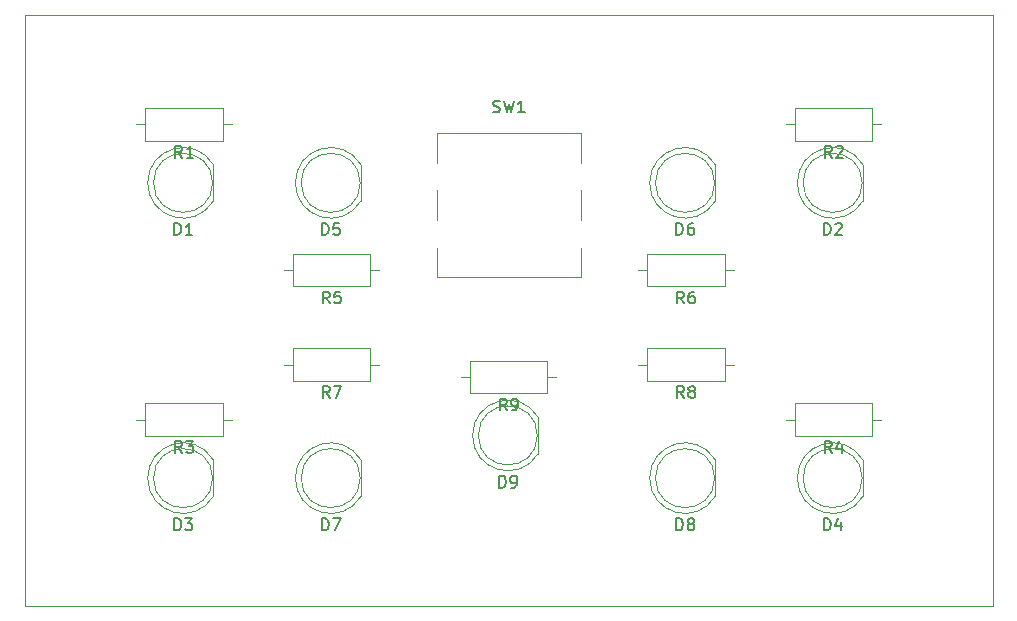
<source format=gbr>
%TF.GenerationSoftware,KiCad,Pcbnew,8.0.5*%
%TF.CreationDate,2025-02-08T22:31:55+08:00*%
%TF.ProjectId,arduino_solar_bikelight_2,61726475-696e-46f5-9f73-6f6c61725f62,rev?*%
%TF.SameCoordinates,Original*%
%TF.FileFunction,Legend,Top*%
%TF.FilePolarity,Positive*%
%FSLAX46Y46*%
G04 Gerber Fmt 4.6, Leading zero omitted, Abs format (unit mm)*
G04 Created by KiCad (PCBNEW 8.0.5) date 2025-02-08 22:31:55*
%MOMM*%
%LPD*%
G01*
G04 APERTURE LIST*
%ADD10C,0.150000*%
%ADD11C,0.120000*%
%TA.AperFunction,Profile*%
%ADD12C,0.050000*%
%TD*%
G04 APERTURE END LIST*
D10*
X163498333Y-70269819D02*
X163165000Y-69793628D01*
X162926905Y-70269819D02*
X162926905Y-69269819D01*
X162926905Y-69269819D02*
X163307857Y-69269819D01*
X163307857Y-69269819D02*
X163403095Y-69317438D01*
X163403095Y-69317438D02*
X163450714Y-69365057D01*
X163450714Y-69365057D02*
X163498333Y-69460295D01*
X163498333Y-69460295D02*
X163498333Y-69603152D01*
X163498333Y-69603152D02*
X163450714Y-69698390D01*
X163450714Y-69698390D02*
X163403095Y-69746009D01*
X163403095Y-69746009D02*
X163307857Y-69793628D01*
X163307857Y-69793628D02*
X162926905Y-69793628D01*
X163974524Y-70269819D02*
X164165000Y-70269819D01*
X164165000Y-70269819D02*
X164260238Y-70222200D01*
X164260238Y-70222200D02*
X164307857Y-70174580D01*
X164307857Y-70174580D02*
X164403095Y-70031723D01*
X164403095Y-70031723D02*
X164450714Y-69841247D01*
X164450714Y-69841247D02*
X164450714Y-69460295D01*
X164450714Y-69460295D02*
X164403095Y-69365057D01*
X164403095Y-69365057D02*
X164355476Y-69317438D01*
X164355476Y-69317438D02*
X164260238Y-69269819D01*
X164260238Y-69269819D02*
X164069762Y-69269819D01*
X164069762Y-69269819D02*
X163974524Y-69317438D01*
X163974524Y-69317438D02*
X163926905Y-69365057D01*
X163926905Y-69365057D02*
X163879286Y-69460295D01*
X163879286Y-69460295D02*
X163879286Y-69698390D01*
X163879286Y-69698390D02*
X163926905Y-69793628D01*
X163926905Y-69793628D02*
X163974524Y-69841247D01*
X163974524Y-69841247D02*
X164069762Y-69888866D01*
X164069762Y-69888866D02*
X164260238Y-69888866D01*
X164260238Y-69888866D02*
X164355476Y-69841247D01*
X164355476Y-69841247D02*
X164403095Y-69793628D01*
X164403095Y-69793628D02*
X164450714Y-69698390D01*
X147846905Y-55424819D02*
X147846905Y-54424819D01*
X147846905Y-54424819D02*
X148085000Y-54424819D01*
X148085000Y-54424819D02*
X148227857Y-54472438D01*
X148227857Y-54472438D02*
X148323095Y-54567676D01*
X148323095Y-54567676D02*
X148370714Y-54662914D01*
X148370714Y-54662914D02*
X148418333Y-54853390D01*
X148418333Y-54853390D02*
X148418333Y-54996247D01*
X148418333Y-54996247D02*
X148370714Y-55186723D01*
X148370714Y-55186723D02*
X148323095Y-55281961D01*
X148323095Y-55281961D02*
X148227857Y-55377200D01*
X148227857Y-55377200D02*
X148085000Y-55424819D01*
X148085000Y-55424819D02*
X147846905Y-55424819D01*
X149323095Y-54424819D02*
X148846905Y-54424819D01*
X148846905Y-54424819D02*
X148799286Y-54901009D01*
X148799286Y-54901009D02*
X148846905Y-54853390D01*
X148846905Y-54853390D02*
X148942143Y-54805771D01*
X148942143Y-54805771D02*
X149180238Y-54805771D01*
X149180238Y-54805771D02*
X149275476Y-54853390D01*
X149275476Y-54853390D02*
X149323095Y-54901009D01*
X149323095Y-54901009D02*
X149370714Y-54996247D01*
X149370714Y-54996247D02*
X149370714Y-55234342D01*
X149370714Y-55234342D02*
X149323095Y-55329580D01*
X149323095Y-55329580D02*
X149275476Y-55377200D01*
X149275476Y-55377200D02*
X149180238Y-55424819D01*
X149180238Y-55424819D02*
X148942143Y-55424819D01*
X148942143Y-55424819D02*
X148846905Y-55377200D01*
X148846905Y-55377200D02*
X148799286Y-55329580D01*
X177846905Y-80424819D02*
X177846905Y-79424819D01*
X177846905Y-79424819D02*
X178085000Y-79424819D01*
X178085000Y-79424819D02*
X178227857Y-79472438D01*
X178227857Y-79472438D02*
X178323095Y-79567676D01*
X178323095Y-79567676D02*
X178370714Y-79662914D01*
X178370714Y-79662914D02*
X178418333Y-79853390D01*
X178418333Y-79853390D02*
X178418333Y-79996247D01*
X178418333Y-79996247D02*
X178370714Y-80186723D01*
X178370714Y-80186723D02*
X178323095Y-80281961D01*
X178323095Y-80281961D02*
X178227857Y-80377200D01*
X178227857Y-80377200D02*
X178085000Y-80424819D01*
X178085000Y-80424819D02*
X177846905Y-80424819D01*
X178989762Y-79853390D02*
X178894524Y-79805771D01*
X178894524Y-79805771D02*
X178846905Y-79758152D01*
X178846905Y-79758152D02*
X178799286Y-79662914D01*
X178799286Y-79662914D02*
X178799286Y-79615295D01*
X178799286Y-79615295D02*
X178846905Y-79520057D01*
X178846905Y-79520057D02*
X178894524Y-79472438D01*
X178894524Y-79472438D02*
X178989762Y-79424819D01*
X178989762Y-79424819D02*
X179180238Y-79424819D01*
X179180238Y-79424819D02*
X179275476Y-79472438D01*
X179275476Y-79472438D02*
X179323095Y-79520057D01*
X179323095Y-79520057D02*
X179370714Y-79615295D01*
X179370714Y-79615295D02*
X179370714Y-79662914D01*
X179370714Y-79662914D02*
X179323095Y-79758152D01*
X179323095Y-79758152D02*
X179275476Y-79805771D01*
X179275476Y-79805771D02*
X179180238Y-79853390D01*
X179180238Y-79853390D02*
X178989762Y-79853390D01*
X178989762Y-79853390D02*
X178894524Y-79901009D01*
X178894524Y-79901009D02*
X178846905Y-79948628D01*
X178846905Y-79948628D02*
X178799286Y-80043866D01*
X178799286Y-80043866D02*
X178799286Y-80234342D01*
X178799286Y-80234342D02*
X178846905Y-80329580D01*
X178846905Y-80329580D02*
X178894524Y-80377200D01*
X178894524Y-80377200D02*
X178989762Y-80424819D01*
X178989762Y-80424819D02*
X179180238Y-80424819D01*
X179180238Y-80424819D02*
X179275476Y-80377200D01*
X179275476Y-80377200D02*
X179323095Y-80329580D01*
X179323095Y-80329580D02*
X179370714Y-80234342D01*
X179370714Y-80234342D02*
X179370714Y-80043866D01*
X179370714Y-80043866D02*
X179323095Y-79948628D01*
X179323095Y-79948628D02*
X179275476Y-79901009D01*
X179275476Y-79901009D02*
X179180238Y-79853390D01*
X190998333Y-73884819D02*
X190665000Y-73408628D01*
X190426905Y-73884819D02*
X190426905Y-72884819D01*
X190426905Y-72884819D02*
X190807857Y-72884819D01*
X190807857Y-72884819D02*
X190903095Y-72932438D01*
X190903095Y-72932438D02*
X190950714Y-72980057D01*
X190950714Y-72980057D02*
X190998333Y-73075295D01*
X190998333Y-73075295D02*
X190998333Y-73218152D01*
X190998333Y-73218152D02*
X190950714Y-73313390D01*
X190950714Y-73313390D02*
X190903095Y-73361009D01*
X190903095Y-73361009D02*
X190807857Y-73408628D01*
X190807857Y-73408628D02*
X190426905Y-73408628D01*
X191855476Y-73218152D02*
X191855476Y-73884819D01*
X191617381Y-72837200D02*
X191379286Y-73551485D01*
X191379286Y-73551485D02*
X191998333Y-73551485D01*
X135346905Y-55424819D02*
X135346905Y-54424819D01*
X135346905Y-54424819D02*
X135585000Y-54424819D01*
X135585000Y-54424819D02*
X135727857Y-54472438D01*
X135727857Y-54472438D02*
X135823095Y-54567676D01*
X135823095Y-54567676D02*
X135870714Y-54662914D01*
X135870714Y-54662914D02*
X135918333Y-54853390D01*
X135918333Y-54853390D02*
X135918333Y-54996247D01*
X135918333Y-54996247D02*
X135870714Y-55186723D01*
X135870714Y-55186723D02*
X135823095Y-55281961D01*
X135823095Y-55281961D02*
X135727857Y-55377200D01*
X135727857Y-55377200D02*
X135585000Y-55424819D01*
X135585000Y-55424819D02*
X135346905Y-55424819D01*
X136870714Y-55424819D02*
X136299286Y-55424819D01*
X136585000Y-55424819D02*
X136585000Y-54424819D01*
X136585000Y-54424819D02*
X136489762Y-54567676D01*
X136489762Y-54567676D02*
X136394524Y-54662914D01*
X136394524Y-54662914D02*
X136299286Y-54710533D01*
X148498333Y-69219819D02*
X148165000Y-68743628D01*
X147926905Y-69219819D02*
X147926905Y-68219819D01*
X147926905Y-68219819D02*
X148307857Y-68219819D01*
X148307857Y-68219819D02*
X148403095Y-68267438D01*
X148403095Y-68267438D02*
X148450714Y-68315057D01*
X148450714Y-68315057D02*
X148498333Y-68410295D01*
X148498333Y-68410295D02*
X148498333Y-68553152D01*
X148498333Y-68553152D02*
X148450714Y-68648390D01*
X148450714Y-68648390D02*
X148403095Y-68696009D01*
X148403095Y-68696009D02*
X148307857Y-68743628D01*
X148307857Y-68743628D02*
X147926905Y-68743628D01*
X148831667Y-68219819D02*
X149498333Y-68219819D01*
X149498333Y-68219819D02*
X149069762Y-69219819D01*
X162846905Y-76809819D02*
X162846905Y-75809819D01*
X162846905Y-75809819D02*
X163085000Y-75809819D01*
X163085000Y-75809819D02*
X163227857Y-75857438D01*
X163227857Y-75857438D02*
X163323095Y-75952676D01*
X163323095Y-75952676D02*
X163370714Y-76047914D01*
X163370714Y-76047914D02*
X163418333Y-76238390D01*
X163418333Y-76238390D02*
X163418333Y-76381247D01*
X163418333Y-76381247D02*
X163370714Y-76571723D01*
X163370714Y-76571723D02*
X163323095Y-76666961D01*
X163323095Y-76666961D02*
X163227857Y-76762200D01*
X163227857Y-76762200D02*
X163085000Y-76809819D01*
X163085000Y-76809819D02*
X162846905Y-76809819D01*
X163894524Y-76809819D02*
X164085000Y-76809819D01*
X164085000Y-76809819D02*
X164180238Y-76762200D01*
X164180238Y-76762200D02*
X164227857Y-76714580D01*
X164227857Y-76714580D02*
X164323095Y-76571723D01*
X164323095Y-76571723D02*
X164370714Y-76381247D01*
X164370714Y-76381247D02*
X164370714Y-76000295D01*
X164370714Y-76000295D02*
X164323095Y-75905057D01*
X164323095Y-75905057D02*
X164275476Y-75857438D01*
X164275476Y-75857438D02*
X164180238Y-75809819D01*
X164180238Y-75809819D02*
X163989762Y-75809819D01*
X163989762Y-75809819D02*
X163894524Y-75857438D01*
X163894524Y-75857438D02*
X163846905Y-75905057D01*
X163846905Y-75905057D02*
X163799286Y-76000295D01*
X163799286Y-76000295D02*
X163799286Y-76238390D01*
X163799286Y-76238390D02*
X163846905Y-76333628D01*
X163846905Y-76333628D02*
X163894524Y-76381247D01*
X163894524Y-76381247D02*
X163989762Y-76428866D01*
X163989762Y-76428866D02*
X164180238Y-76428866D01*
X164180238Y-76428866D02*
X164275476Y-76381247D01*
X164275476Y-76381247D02*
X164323095Y-76333628D01*
X164323095Y-76333628D02*
X164370714Y-76238390D01*
X190346905Y-55424819D02*
X190346905Y-54424819D01*
X190346905Y-54424819D02*
X190585000Y-54424819D01*
X190585000Y-54424819D02*
X190727857Y-54472438D01*
X190727857Y-54472438D02*
X190823095Y-54567676D01*
X190823095Y-54567676D02*
X190870714Y-54662914D01*
X190870714Y-54662914D02*
X190918333Y-54853390D01*
X190918333Y-54853390D02*
X190918333Y-54996247D01*
X190918333Y-54996247D02*
X190870714Y-55186723D01*
X190870714Y-55186723D02*
X190823095Y-55281961D01*
X190823095Y-55281961D02*
X190727857Y-55377200D01*
X190727857Y-55377200D02*
X190585000Y-55424819D01*
X190585000Y-55424819D02*
X190346905Y-55424819D01*
X191299286Y-54520057D02*
X191346905Y-54472438D01*
X191346905Y-54472438D02*
X191442143Y-54424819D01*
X191442143Y-54424819D02*
X191680238Y-54424819D01*
X191680238Y-54424819D02*
X191775476Y-54472438D01*
X191775476Y-54472438D02*
X191823095Y-54520057D01*
X191823095Y-54520057D02*
X191870714Y-54615295D01*
X191870714Y-54615295D02*
X191870714Y-54710533D01*
X191870714Y-54710533D02*
X191823095Y-54853390D01*
X191823095Y-54853390D02*
X191251667Y-55424819D01*
X191251667Y-55424819D02*
X191870714Y-55424819D01*
X135998333Y-48884819D02*
X135665000Y-48408628D01*
X135426905Y-48884819D02*
X135426905Y-47884819D01*
X135426905Y-47884819D02*
X135807857Y-47884819D01*
X135807857Y-47884819D02*
X135903095Y-47932438D01*
X135903095Y-47932438D02*
X135950714Y-47980057D01*
X135950714Y-47980057D02*
X135998333Y-48075295D01*
X135998333Y-48075295D02*
X135998333Y-48218152D01*
X135998333Y-48218152D02*
X135950714Y-48313390D01*
X135950714Y-48313390D02*
X135903095Y-48361009D01*
X135903095Y-48361009D02*
X135807857Y-48408628D01*
X135807857Y-48408628D02*
X135426905Y-48408628D01*
X136950714Y-48884819D02*
X136379286Y-48884819D01*
X136665000Y-48884819D02*
X136665000Y-47884819D01*
X136665000Y-47884819D02*
X136569762Y-48027676D01*
X136569762Y-48027676D02*
X136474524Y-48122914D01*
X136474524Y-48122914D02*
X136379286Y-48170533D01*
X135346905Y-80424819D02*
X135346905Y-79424819D01*
X135346905Y-79424819D02*
X135585000Y-79424819D01*
X135585000Y-79424819D02*
X135727857Y-79472438D01*
X135727857Y-79472438D02*
X135823095Y-79567676D01*
X135823095Y-79567676D02*
X135870714Y-79662914D01*
X135870714Y-79662914D02*
X135918333Y-79853390D01*
X135918333Y-79853390D02*
X135918333Y-79996247D01*
X135918333Y-79996247D02*
X135870714Y-80186723D01*
X135870714Y-80186723D02*
X135823095Y-80281961D01*
X135823095Y-80281961D02*
X135727857Y-80377200D01*
X135727857Y-80377200D02*
X135585000Y-80424819D01*
X135585000Y-80424819D02*
X135346905Y-80424819D01*
X136251667Y-79424819D02*
X136870714Y-79424819D01*
X136870714Y-79424819D02*
X136537381Y-79805771D01*
X136537381Y-79805771D02*
X136680238Y-79805771D01*
X136680238Y-79805771D02*
X136775476Y-79853390D01*
X136775476Y-79853390D02*
X136823095Y-79901009D01*
X136823095Y-79901009D02*
X136870714Y-79996247D01*
X136870714Y-79996247D02*
X136870714Y-80234342D01*
X136870714Y-80234342D02*
X136823095Y-80329580D01*
X136823095Y-80329580D02*
X136775476Y-80377200D01*
X136775476Y-80377200D02*
X136680238Y-80424819D01*
X136680238Y-80424819D02*
X136394524Y-80424819D01*
X136394524Y-80424819D02*
X136299286Y-80377200D01*
X136299286Y-80377200D02*
X136251667Y-80329580D01*
X147846905Y-80424819D02*
X147846905Y-79424819D01*
X147846905Y-79424819D02*
X148085000Y-79424819D01*
X148085000Y-79424819D02*
X148227857Y-79472438D01*
X148227857Y-79472438D02*
X148323095Y-79567676D01*
X148323095Y-79567676D02*
X148370714Y-79662914D01*
X148370714Y-79662914D02*
X148418333Y-79853390D01*
X148418333Y-79853390D02*
X148418333Y-79996247D01*
X148418333Y-79996247D02*
X148370714Y-80186723D01*
X148370714Y-80186723D02*
X148323095Y-80281961D01*
X148323095Y-80281961D02*
X148227857Y-80377200D01*
X148227857Y-80377200D02*
X148085000Y-80424819D01*
X148085000Y-80424819D02*
X147846905Y-80424819D01*
X148751667Y-79424819D02*
X149418333Y-79424819D01*
X149418333Y-79424819D02*
X148989762Y-80424819D01*
X135998333Y-73884819D02*
X135665000Y-73408628D01*
X135426905Y-73884819D02*
X135426905Y-72884819D01*
X135426905Y-72884819D02*
X135807857Y-72884819D01*
X135807857Y-72884819D02*
X135903095Y-72932438D01*
X135903095Y-72932438D02*
X135950714Y-72980057D01*
X135950714Y-72980057D02*
X135998333Y-73075295D01*
X135998333Y-73075295D02*
X135998333Y-73218152D01*
X135998333Y-73218152D02*
X135950714Y-73313390D01*
X135950714Y-73313390D02*
X135903095Y-73361009D01*
X135903095Y-73361009D02*
X135807857Y-73408628D01*
X135807857Y-73408628D02*
X135426905Y-73408628D01*
X136331667Y-72884819D02*
X136950714Y-72884819D01*
X136950714Y-72884819D02*
X136617381Y-73265771D01*
X136617381Y-73265771D02*
X136760238Y-73265771D01*
X136760238Y-73265771D02*
X136855476Y-73313390D01*
X136855476Y-73313390D02*
X136903095Y-73361009D01*
X136903095Y-73361009D02*
X136950714Y-73456247D01*
X136950714Y-73456247D02*
X136950714Y-73694342D01*
X136950714Y-73694342D02*
X136903095Y-73789580D01*
X136903095Y-73789580D02*
X136855476Y-73837200D01*
X136855476Y-73837200D02*
X136760238Y-73884819D01*
X136760238Y-73884819D02*
X136474524Y-73884819D01*
X136474524Y-73884819D02*
X136379286Y-73837200D01*
X136379286Y-73837200D02*
X136331667Y-73789580D01*
X162331667Y-45002200D02*
X162474524Y-45049819D01*
X162474524Y-45049819D02*
X162712619Y-45049819D01*
X162712619Y-45049819D02*
X162807857Y-45002200D01*
X162807857Y-45002200D02*
X162855476Y-44954580D01*
X162855476Y-44954580D02*
X162903095Y-44859342D01*
X162903095Y-44859342D02*
X162903095Y-44764104D01*
X162903095Y-44764104D02*
X162855476Y-44668866D01*
X162855476Y-44668866D02*
X162807857Y-44621247D01*
X162807857Y-44621247D02*
X162712619Y-44573628D01*
X162712619Y-44573628D02*
X162522143Y-44526009D01*
X162522143Y-44526009D02*
X162426905Y-44478390D01*
X162426905Y-44478390D02*
X162379286Y-44430771D01*
X162379286Y-44430771D02*
X162331667Y-44335533D01*
X162331667Y-44335533D02*
X162331667Y-44240295D01*
X162331667Y-44240295D02*
X162379286Y-44145057D01*
X162379286Y-44145057D02*
X162426905Y-44097438D01*
X162426905Y-44097438D02*
X162522143Y-44049819D01*
X162522143Y-44049819D02*
X162760238Y-44049819D01*
X162760238Y-44049819D02*
X162903095Y-44097438D01*
X163236429Y-44049819D02*
X163474524Y-45049819D01*
X163474524Y-45049819D02*
X163665000Y-44335533D01*
X163665000Y-44335533D02*
X163855476Y-45049819D01*
X163855476Y-45049819D02*
X164093572Y-44049819D01*
X164998333Y-45049819D02*
X164426905Y-45049819D01*
X164712619Y-45049819D02*
X164712619Y-44049819D01*
X164712619Y-44049819D02*
X164617381Y-44192676D01*
X164617381Y-44192676D02*
X164522143Y-44287914D01*
X164522143Y-44287914D02*
X164426905Y-44335533D01*
X178498333Y-69219819D02*
X178165000Y-68743628D01*
X177926905Y-69219819D02*
X177926905Y-68219819D01*
X177926905Y-68219819D02*
X178307857Y-68219819D01*
X178307857Y-68219819D02*
X178403095Y-68267438D01*
X178403095Y-68267438D02*
X178450714Y-68315057D01*
X178450714Y-68315057D02*
X178498333Y-68410295D01*
X178498333Y-68410295D02*
X178498333Y-68553152D01*
X178498333Y-68553152D02*
X178450714Y-68648390D01*
X178450714Y-68648390D02*
X178403095Y-68696009D01*
X178403095Y-68696009D02*
X178307857Y-68743628D01*
X178307857Y-68743628D02*
X177926905Y-68743628D01*
X179069762Y-68648390D02*
X178974524Y-68600771D01*
X178974524Y-68600771D02*
X178926905Y-68553152D01*
X178926905Y-68553152D02*
X178879286Y-68457914D01*
X178879286Y-68457914D02*
X178879286Y-68410295D01*
X178879286Y-68410295D02*
X178926905Y-68315057D01*
X178926905Y-68315057D02*
X178974524Y-68267438D01*
X178974524Y-68267438D02*
X179069762Y-68219819D01*
X179069762Y-68219819D02*
X179260238Y-68219819D01*
X179260238Y-68219819D02*
X179355476Y-68267438D01*
X179355476Y-68267438D02*
X179403095Y-68315057D01*
X179403095Y-68315057D02*
X179450714Y-68410295D01*
X179450714Y-68410295D02*
X179450714Y-68457914D01*
X179450714Y-68457914D02*
X179403095Y-68553152D01*
X179403095Y-68553152D02*
X179355476Y-68600771D01*
X179355476Y-68600771D02*
X179260238Y-68648390D01*
X179260238Y-68648390D02*
X179069762Y-68648390D01*
X179069762Y-68648390D02*
X178974524Y-68696009D01*
X178974524Y-68696009D02*
X178926905Y-68743628D01*
X178926905Y-68743628D02*
X178879286Y-68838866D01*
X178879286Y-68838866D02*
X178879286Y-69029342D01*
X178879286Y-69029342D02*
X178926905Y-69124580D01*
X178926905Y-69124580D02*
X178974524Y-69172200D01*
X178974524Y-69172200D02*
X179069762Y-69219819D01*
X179069762Y-69219819D02*
X179260238Y-69219819D01*
X179260238Y-69219819D02*
X179355476Y-69172200D01*
X179355476Y-69172200D02*
X179403095Y-69124580D01*
X179403095Y-69124580D02*
X179450714Y-69029342D01*
X179450714Y-69029342D02*
X179450714Y-68838866D01*
X179450714Y-68838866D02*
X179403095Y-68743628D01*
X179403095Y-68743628D02*
X179355476Y-68696009D01*
X179355476Y-68696009D02*
X179260238Y-68648390D01*
X190998333Y-48884819D02*
X190665000Y-48408628D01*
X190426905Y-48884819D02*
X190426905Y-47884819D01*
X190426905Y-47884819D02*
X190807857Y-47884819D01*
X190807857Y-47884819D02*
X190903095Y-47932438D01*
X190903095Y-47932438D02*
X190950714Y-47980057D01*
X190950714Y-47980057D02*
X190998333Y-48075295D01*
X190998333Y-48075295D02*
X190998333Y-48218152D01*
X190998333Y-48218152D02*
X190950714Y-48313390D01*
X190950714Y-48313390D02*
X190903095Y-48361009D01*
X190903095Y-48361009D02*
X190807857Y-48408628D01*
X190807857Y-48408628D02*
X190426905Y-48408628D01*
X191379286Y-47980057D02*
X191426905Y-47932438D01*
X191426905Y-47932438D02*
X191522143Y-47884819D01*
X191522143Y-47884819D02*
X191760238Y-47884819D01*
X191760238Y-47884819D02*
X191855476Y-47932438D01*
X191855476Y-47932438D02*
X191903095Y-47980057D01*
X191903095Y-47980057D02*
X191950714Y-48075295D01*
X191950714Y-48075295D02*
X191950714Y-48170533D01*
X191950714Y-48170533D02*
X191903095Y-48313390D01*
X191903095Y-48313390D02*
X191331667Y-48884819D01*
X191331667Y-48884819D02*
X191950714Y-48884819D01*
X177846905Y-55424819D02*
X177846905Y-54424819D01*
X177846905Y-54424819D02*
X178085000Y-54424819D01*
X178085000Y-54424819D02*
X178227857Y-54472438D01*
X178227857Y-54472438D02*
X178323095Y-54567676D01*
X178323095Y-54567676D02*
X178370714Y-54662914D01*
X178370714Y-54662914D02*
X178418333Y-54853390D01*
X178418333Y-54853390D02*
X178418333Y-54996247D01*
X178418333Y-54996247D02*
X178370714Y-55186723D01*
X178370714Y-55186723D02*
X178323095Y-55281961D01*
X178323095Y-55281961D02*
X178227857Y-55377200D01*
X178227857Y-55377200D02*
X178085000Y-55424819D01*
X178085000Y-55424819D02*
X177846905Y-55424819D01*
X179275476Y-54424819D02*
X179085000Y-54424819D01*
X179085000Y-54424819D02*
X178989762Y-54472438D01*
X178989762Y-54472438D02*
X178942143Y-54520057D01*
X178942143Y-54520057D02*
X178846905Y-54662914D01*
X178846905Y-54662914D02*
X178799286Y-54853390D01*
X178799286Y-54853390D02*
X178799286Y-55234342D01*
X178799286Y-55234342D02*
X178846905Y-55329580D01*
X178846905Y-55329580D02*
X178894524Y-55377200D01*
X178894524Y-55377200D02*
X178989762Y-55424819D01*
X178989762Y-55424819D02*
X179180238Y-55424819D01*
X179180238Y-55424819D02*
X179275476Y-55377200D01*
X179275476Y-55377200D02*
X179323095Y-55329580D01*
X179323095Y-55329580D02*
X179370714Y-55234342D01*
X179370714Y-55234342D02*
X179370714Y-54996247D01*
X179370714Y-54996247D02*
X179323095Y-54901009D01*
X179323095Y-54901009D02*
X179275476Y-54853390D01*
X179275476Y-54853390D02*
X179180238Y-54805771D01*
X179180238Y-54805771D02*
X178989762Y-54805771D01*
X178989762Y-54805771D02*
X178894524Y-54853390D01*
X178894524Y-54853390D02*
X178846905Y-54901009D01*
X178846905Y-54901009D02*
X178799286Y-54996247D01*
X148498333Y-61219819D02*
X148165000Y-60743628D01*
X147926905Y-61219819D02*
X147926905Y-60219819D01*
X147926905Y-60219819D02*
X148307857Y-60219819D01*
X148307857Y-60219819D02*
X148403095Y-60267438D01*
X148403095Y-60267438D02*
X148450714Y-60315057D01*
X148450714Y-60315057D02*
X148498333Y-60410295D01*
X148498333Y-60410295D02*
X148498333Y-60553152D01*
X148498333Y-60553152D02*
X148450714Y-60648390D01*
X148450714Y-60648390D02*
X148403095Y-60696009D01*
X148403095Y-60696009D02*
X148307857Y-60743628D01*
X148307857Y-60743628D02*
X147926905Y-60743628D01*
X149403095Y-60219819D02*
X148926905Y-60219819D01*
X148926905Y-60219819D02*
X148879286Y-60696009D01*
X148879286Y-60696009D02*
X148926905Y-60648390D01*
X148926905Y-60648390D02*
X149022143Y-60600771D01*
X149022143Y-60600771D02*
X149260238Y-60600771D01*
X149260238Y-60600771D02*
X149355476Y-60648390D01*
X149355476Y-60648390D02*
X149403095Y-60696009D01*
X149403095Y-60696009D02*
X149450714Y-60791247D01*
X149450714Y-60791247D02*
X149450714Y-61029342D01*
X149450714Y-61029342D02*
X149403095Y-61124580D01*
X149403095Y-61124580D02*
X149355476Y-61172200D01*
X149355476Y-61172200D02*
X149260238Y-61219819D01*
X149260238Y-61219819D02*
X149022143Y-61219819D01*
X149022143Y-61219819D02*
X148926905Y-61172200D01*
X148926905Y-61172200D02*
X148879286Y-61124580D01*
X190346905Y-80424819D02*
X190346905Y-79424819D01*
X190346905Y-79424819D02*
X190585000Y-79424819D01*
X190585000Y-79424819D02*
X190727857Y-79472438D01*
X190727857Y-79472438D02*
X190823095Y-79567676D01*
X190823095Y-79567676D02*
X190870714Y-79662914D01*
X190870714Y-79662914D02*
X190918333Y-79853390D01*
X190918333Y-79853390D02*
X190918333Y-79996247D01*
X190918333Y-79996247D02*
X190870714Y-80186723D01*
X190870714Y-80186723D02*
X190823095Y-80281961D01*
X190823095Y-80281961D02*
X190727857Y-80377200D01*
X190727857Y-80377200D02*
X190585000Y-80424819D01*
X190585000Y-80424819D02*
X190346905Y-80424819D01*
X191775476Y-79758152D02*
X191775476Y-80424819D01*
X191537381Y-79377200D02*
X191299286Y-80091485D01*
X191299286Y-80091485D02*
X191918333Y-80091485D01*
X178498333Y-61219819D02*
X178165000Y-60743628D01*
X177926905Y-61219819D02*
X177926905Y-60219819D01*
X177926905Y-60219819D02*
X178307857Y-60219819D01*
X178307857Y-60219819D02*
X178403095Y-60267438D01*
X178403095Y-60267438D02*
X178450714Y-60315057D01*
X178450714Y-60315057D02*
X178498333Y-60410295D01*
X178498333Y-60410295D02*
X178498333Y-60553152D01*
X178498333Y-60553152D02*
X178450714Y-60648390D01*
X178450714Y-60648390D02*
X178403095Y-60696009D01*
X178403095Y-60696009D02*
X178307857Y-60743628D01*
X178307857Y-60743628D02*
X177926905Y-60743628D01*
X179355476Y-60219819D02*
X179165000Y-60219819D01*
X179165000Y-60219819D02*
X179069762Y-60267438D01*
X179069762Y-60267438D02*
X179022143Y-60315057D01*
X179022143Y-60315057D02*
X178926905Y-60457914D01*
X178926905Y-60457914D02*
X178879286Y-60648390D01*
X178879286Y-60648390D02*
X178879286Y-61029342D01*
X178879286Y-61029342D02*
X178926905Y-61124580D01*
X178926905Y-61124580D02*
X178974524Y-61172200D01*
X178974524Y-61172200D02*
X179069762Y-61219819D01*
X179069762Y-61219819D02*
X179260238Y-61219819D01*
X179260238Y-61219819D02*
X179355476Y-61172200D01*
X179355476Y-61172200D02*
X179403095Y-61124580D01*
X179403095Y-61124580D02*
X179450714Y-61029342D01*
X179450714Y-61029342D02*
X179450714Y-60791247D01*
X179450714Y-60791247D02*
X179403095Y-60696009D01*
X179403095Y-60696009D02*
X179355476Y-60648390D01*
X179355476Y-60648390D02*
X179260238Y-60600771D01*
X179260238Y-60600771D02*
X179069762Y-60600771D01*
X179069762Y-60600771D02*
X178974524Y-60648390D01*
X178974524Y-60648390D02*
X178926905Y-60696009D01*
X178926905Y-60696009D02*
X178879286Y-60791247D01*
D11*
%TO.C,R9*%
X159625000Y-67445000D02*
X160395000Y-67445000D01*
X160395000Y-66075000D02*
X160395000Y-68815000D01*
X160395000Y-68815000D02*
X166935000Y-68815000D01*
X166935000Y-66075000D02*
X160395000Y-66075000D01*
X166935000Y-68815000D02*
X166935000Y-66075000D01*
X167705000Y-67445000D02*
X166935000Y-67445000D01*
%TO.C,D5*%
X151145000Y-52555000D02*
X151145000Y-49465000D01*
X145595000Y-51010462D02*
G75*
G02*
X151145000Y-49465170I2990000J462D01*
G01*
X151145000Y-52554830D02*
G75*
G02*
X145595000Y-51009538I-2560000J1544830D01*
G01*
X151085000Y-51010000D02*
G75*
G02*
X146085000Y-51010000I-2500000J0D01*
G01*
X146085000Y-51010000D02*
G75*
G02*
X151085000Y-51010000I2500000J0D01*
G01*
%TO.C,D8*%
X181145000Y-77555000D02*
X181145000Y-74465000D01*
X175595000Y-76010462D02*
G75*
G02*
X181145000Y-74465170I2990000J462D01*
G01*
X181145000Y-77554830D02*
G75*
G02*
X175595000Y-76009538I-2560000J1544830D01*
G01*
X181085000Y-76010000D02*
G75*
G02*
X176085000Y-76010000I-2500000J0D01*
G01*
X176085000Y-76010000D02*
G75*
G02*
X181085000Y-76010000I2500000J0D01*
G01*
%TO.C,R4*%
X187125000Y-71060000D02*
X187895000Y-71060000D01*
X187895000Y-69690000D02*
X187895000Y-72430000D01*
X187895000Y-72430000D02*
X194435000Y-72430000D01*
X194435000Y-69690000D02*
X187895000Y-69690000D01*
X194435000Y-72430000D02*
X194435000Y-69690000D01*
X195205000Y-71060000D02*
X194435000Y-71060000D01*
%TO.C,D1*%
X138645000Y-52555000D02*
X138645000Y-49465000D01*
X133095000Y-51010462D02*
G75*
G02*
X138645000Y-49465170I2990000J462D01*
G01*
X138645000Y-52554830D02*
G75*
G02*
X133095000Y-51009538I-2560000J1544830D01*
G01*
X138585000Y-51010000D02*
G75*
G02*
X133585000Y-51010000I-2500000J0D01*
G01*
X133585000Y-51010000D02*
G75*
G02*
X138585000Y-51010000I2500000J0D01*
G01*
%TO.C,R7*%
X144625000Y-66395000D02*
X145395000Y-66395000D01*
X145395000Y-65025000D02*
X145395000Y-67765000D01*
X145395000Y-67765000D02*
X151935000Y-67765000D01*
X151935000Y-65025000D02*
X145395000Y-65025000D01*
X151935000Y-67765000D02*
X151935000Y-65025000D01*
X152705000Y-66395000D02*
X151935000Y-66395000D01*
%TO.C,D9*%
X166145000Y-73940000D02*
X166145000Y-70850000D01*
X160595000Y-72395462D02*
G75*
G02*
X166145000Y-70850170I2990000J462D01*
G01*
X166145000Y-73939830D02*
G75*
G02*
X160595000Y-72394538I-2560000J1544830D01*
G01*
X166085000Y-72395000D02*
G75*
G02*
X161085000Y-72395000I-2500000J0D01*
G01*
X161085000Y-72395000D02*
G75*
G02*
X166085000Y-72395000I2500000J0D01*
G01*
%TO.C,D2*%
X193645000Y-52555000D02*
X193645000Y-49465000D01*
X188095000Y-51010462D02*
G75*
G02*
X193645000Y-49465170I2990000J462D01*
G01*
X193645000Y-52554830D02*
G75*
G02*
X188095000Y-51009538I-2560000J1544830D01*
G01*
X193585000Y-51010000D02*
G75*
G02*
X188585000Y-51010000I-2500000J0D01*
G01*
X188585000Y-51010000D02*
G75*
G02*
X193585000Y-51010000I2500000J0D01*
G01*
%TO.C,R1*%
X132125000Y-46060000D02*
X132895000Y-46060000D01*
X132895000Y-44690000D02*
X132895000Y-47430000D01*
X132895000Y-47430000D02*
X139435000Y-47430000D01*
X139435000Y-44690000D02*
X132895000Y-44690000D01*
X139435000Y-47430000D02*
X139435000Y-44690000D01*
X140205000Y-46060000D02*
X139435000Y-46060000D01*
%TO.C,D3*%
X138645000Y-77555000D02*
X138645000Y-74465000D01*
X133095000Y-76010462D02*
G75*
G02*
X138645000Y-74465170I2990000J462D01*
G01*
X138645000Y-77554830D02*
G75*
G02*
X133095000Y-76009538I-2560000J1544830D01*
G01*
X138585000Y-76010000D02*
G75*
G02*
X133585000Y-76010000I-2500000J0D01*
G01*
X133585000Y-76010000D02*
G75*
G02*
X138585000Y-76010000I2500000J0D01*
G01*
%TO.C,D7*%
X151145000Y-77555000D02*
X151145000Y-74465000D01*
X145595000Y-76010462D02*
G75*
G02*
X151145000Y-74465170I2990000J462D01*
G01*
X151145000Y-77554830D02*
G75*
G02*
X145595000Y-76009538I-2560000J1544830D01*
G01*
X151085000Y-76010000D02*
G75*
G02*
X146085000Y-76010000I-2500000J0D01*
G01*
X146085000Y-76010000D02*
G75*
G02*
X151085000Y-76010000I2500000J0D01*
G01*
%TO.C,R3*%
X132125000Y-71060000D02*
X132895000Y-71060000D01*
X132895000Y-69690000D02*
X132895000Y-72430000D01*
X132895000Y-72430000D02*
X139435000Y-72430000D01*
X139435000Y-69690000D02*
X132895000Y-69690000D01*
X139435000Y-72430000D02*
X139435000Y-69690000D01*
X140205000Y-71060000D02*
X139435000Y-71060000D01*
%TO.C,SW1*%
X157555000Y-46785000D02*
X157555000Y-49295000D01*
X157555000Y-46785000D02*
X169775000Y-46785000D01*
X157555000Y-51595000D02*
X157555000Y-54195000D01*
X157555000Y-56495000D02*
X157555000Y-59005000D01*
X169775000Y-46785000D02*
X169775000Y-49295000D01*
X169775000Y-51595000D02*
X169775000Y-54195000D01*
X169775000Y-56495000D02*
X169775000Y-59005000D01*
X169775000Y-59005000D02*
X157555000Y-59005000D01*
%TO.C,R8*%
X174625000Y-66395000D02*
X175395000Y-66395000D01*
X175395000Y-65025000D02*
X175395000Y-67765000D01*
X175395000Y-67765000D02*
X181935000Y-67765000D01*
X181935000Y-65025000D02*
X175395000Y-65025000D01*
X181935000Y-67765000D02*
X181935000Y-65025000D01*
X182705000Y-66395000D02*
X181935000Y-66395000D01*
%TO.C,R2*%
X187125000Y-46060000D02*
X187895000Y-46060000D01*
X187895000Y-44690000D02*
X187895000Y-47430000D01*
X187895000Y-47430000D02*
X194435000Y-47430000D01*
X194435000Y-44690000D02*
X187895000Y-44690000D01*
X194435000Y-47430000D02*
X194435000Y-44690000D01*
X195205000Y-46060000D02*
X194435000Y-46060000D01*
%TO.C,D6*%
X181145000Y-52555000D02*
X181145000Y-49465000D01*
X175595000Y-51010462D02*
G75*
G02*
X181145000Y-49465170I2990000J462D01*
G01*
X181145000Y-52554830D02*
G75*
G02*
X175595000Y-51009538I-2560000J1544830D01*
G01*
X181085000Y-51010000D02*
G75*
G02*
X176085000Y-51010000I-2500000J0D01*
G01*
X176085000Y-51010000D02*
G75*
G02*
X181085000Y-51010000I2500000J0D01*
G01*
%TO.C,R5*%
X144625000Y-58395000D02*
X145395000Y-58395000D01*
X145395000Y-57025000D02*
X145395000Y-59765000D01*
X145395000Y-59765000D02*
X151935000Y-59765000D01*
X151935000Y-57025000D02*
X145395000Y-57025000D01*
X151935000Y-59765000D02*
X151935000Y-57025000D01*
X152705000Y-58395000D02*
X151935000Y-58395000D01*
%TO.C,D4*%
X193645000Y-77555000D02*
X193645000Y-74465000D01*
X188095000Y-76010462D02*
G75*
G02*
X193645000Y-74465170I2990000J462D01*
G01*
X193645000Y-77554830D02*
G75*
G02*
X188095000Y-76009538I-2560000J1544830D01*
G01*
X193585000Y-76010000D02*
G75*
G02*
X188585000Y-76010000I-2500000J0D01*
G01*
X188585000Y-76010000D02*
G75*
G02*
X193585000Y-76010000I2500000J0D01*
G01*
%TO.C,R6*%
X174625000Y-58395000D02*
X175395000Y-58395000D01*
X175395000Y-57025000D02*
X175395000Y-59765000D01*
X175395000Y-59765000D02*
X181935000Y-59765000D01*
X181935000Y-57025000D02*
X175395000Y-57025000D01*
X181935000Y-59765000D02*
X181935000Y-57025000D01*
X182705000Y-58395000D02*
X181935000Y-58395000D01*
%TD*%
D12*
X122665000Y-36830000D02*
X204665000Y-36830000D01*
X204665000Y-86830000D01*
X122665000Y-86830000D01*
X122665000Y-36830000D01*
M02*

</source>
